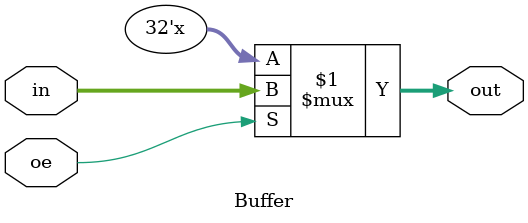
<source format=v>
`timescale 1ns / 1ps

module Buffer(
input oe,
input [31:0] in,
output [31:0] out
    );
assign out = oe? in:32'bz; 
//always@(*) begin
//   if (oe) out = in;
//   else out = 32'bz;
//end

endmodule

</source>
